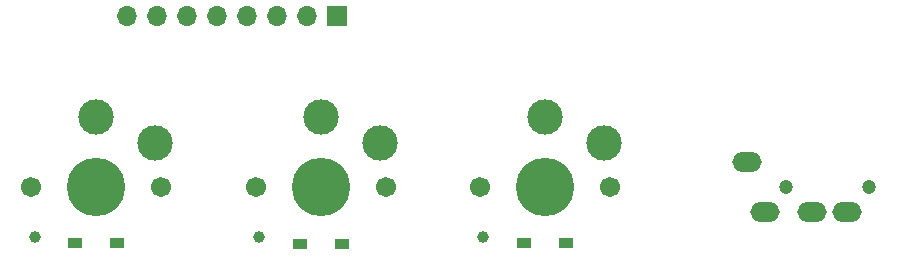
<source format=gts>
%TF.GenerationSoftware,KiCad,Pcbnew,7.0.7*%
%TF.CreationDate,2024-08-20T00:07:21+09:00*%
%TF.ProjectId,trackmacro,74726163-6b6d-4616-9372-6f2e6b696361,rev?*%
%TF.SameCoordinates,Original*%
%TF.FileFunction,Soldermask,Top*%
%TF.FilePolarity,Negative*%
%FSLAX46Y46*%
G04 Gerber Fmt 4.6, Leading zero omitted, Abs format (unit mm)*
G04 Created by KiCad (PCBNEW 7.0.7) date 2024-08-20 00:07:21*
%MOMM*%
%LPD*%
G01*
G04 APERTURE LIST*
%ADD10C,1.200000*%
%ADD11O,2.500000X1.700000*%
%ADD12C,1.701800*%
%ADD13C,3.000000*%
%ADD14C,4.950000*%
%ADD15C,0.990600*%
%ADD16R,1.300000X0.950000*%
%ADD17R,1.700000X1.700000*%
%ADD18O,1.700000X1.700000*%
G04 APERTURE END LIST*
D10*
%TO.C,J1*%
X95375000Y-79600000D03*
X88375000Y-79600000D03*
D11*
X85075000Y-77500000D03*
X93575000Y-81700000D03*
X90575000Y-81700000D03*
X86575000Y-81700000D03*
%TD*%
D12*
%TO.C,SW3*%
X73495000Y-79575000D03*
D13*
X72995000Y-75825000D03*
D14*
X67995000Y-79575000D03*
D13*
X67995000Y-73625000D03*
D15*
X62775000Y-83775000D03*
D12*
X62495000Y-79575000D03*
%TD*%
%TO.C,SW2*%
X54500000Y-79575000D03*
D13*
X54000000Y-75825000D03*
D14*
X49000000Y-79575000D03*
D13*
X49000000Y-73625000D03*
D15*
X43780000Y-83775000D03*
D12*
X43500000Y-79575000D03*
%TD*%
%TO.C,SW1*%
X35500000Y-79600000D03*
D13*
X35000000Y-75850000D03*
D14*
X30000000Y-79600000D03*
D13*
X30000000Y-73650000D03*
D15*
X24780000Y-83800000D03*
D12*
X24500000Y-79600000D03*
%TD*%
D16*
%TO.C,D3*%
X69775000Y-84325000D03*
X66225000Y-84325000D03*
%TD*%
%TO.C,D1*%
X31725000Y-84325000D03*
X28175000Y-84325000D03*
%TD*%
%TO.C,D2*%
X50775000Y-84425000D03*
X47225000Y-84425000D03*
%TD*%
D17*
%TO.C,J2*%
X50400000Y-65100000D03*
D18*
X47860000Y-65100000D03*
X45320000Y-65100000D03*
X42780000Y-65100000D03*
X40240000Y-65100000D03*
X37700000Y-65100000D03*
X35160000Y-65100000D03*
X32620000Y-65100000D03*
%TD*%
M02*

</source>
